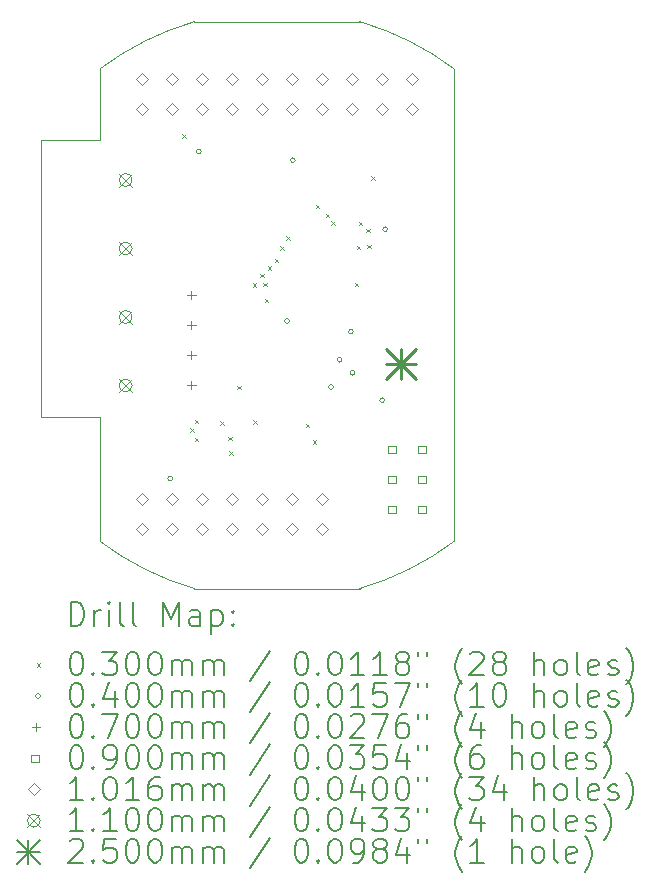
<source format=gbr>
%TF.GenerationSoftware,KiCad,Pcbnew,6.0.11-2627ca5db0~126~ubuntu22.04.1*%
%TF.CreationDate,2023-12-06T10:35:29+01:00*%
%TF.ProjectId,bus-module_atmega328,6275732d-6d6f-4647-956c-655f61746d65,C*%
%TF.SameCoordinates,Original*%
%TF.FileFunction,Drillmap*%
%TF.FilePolarity,Positive*%
%FSLAX45Y45*%
G04 Gerber Fmt 4.5, Leading zero omitted, Abs format (unit mm)*
G04 Created by KiCad (PCBNEW 6.0.11-2627ca5db0~126~ubuntu22.04.1) date 2023-12-06 10:35:29*
%MOMM*%
%LPD*%
G01*
G04 APERTURE LIST*
%ADD10C,0.100000*%
%ADD11C,0.200000*%
%ADD12C,0.030000*%
%ADD13C,0.040000*%
%ADD14C,0.070000*%
%ADD15C,0.090000*%
%ADD16C,0.101600*%
%ADD17C,0.110000*%
%ADD18C,0.250000*%
G04 APERTURE END LIST*
D10*
X9300000Y-7600000D02*
X10699302Y-7599797D01*
X9300000Y-7600000D02*
G75*
G03*
X8500106Y-7999921I700000J-2400000D01*
G01*
X10700000Y-12400000D02*
X9299632Y-12399893D01*
X8500000Y-8600000D02*
X8000000Y-8600000D01*
X11500000Y-8000000D02*
X11500423Y-11999683D01*
X8500106Y-7999921D02*
X8500000Y-8600000D01*
X8000000Y-10950000D02*
X8500000Y-10950000D01*
X8500000Y-12000000D02*
X8500000Y-10950000D01*
X11500000Y-8000000D02*
G75*
G03*
X10699302Y-7599797I-1500000J-2000000D01*
G01*
X8500000Y-12000000D02*
G75*
G03*
X9299632Y-12399893I1500000J2000000D01*
G01*
X8000000Y-8600000D02*
X8000000Y-10950000D01*
X10700000Y-12400000D02*
G75*
G03*
X11500423Y-11999683I-700000J2400000D01*
G01*
D11*
D12*
X9198100Y-8554600D02*
X9228100Y-8584600D01*
X9228100Y-8554600D02*
X9198100Y-8584600D01*
X9265225Y-11043023D02*
X9295225Y-11073023D01*
X9295225Y-11043023D02*
X9265225Y-11073023D01*
X9302222Y-10972090D02*
X9332222Y-11002090D01*
X9332222Y-10972090D02*
X9302222Y-11002090D01*
X9304499Y-11122900D02*
X9334499Y-11152900D01*
X9334499Y-11122900D02*
X9304499Y-11152900D01*
X9520037Y-10981957D02*
X9550037Y-11011957D01*
X9550037Y-10981957D02*
X9520037Y-11011957D01*
X9584505Y-11114030D02*
X9614505Y-11144030D01*
X9614505Y-11114030D02*
X9584505Y-11144030D01*
X9594549Y-11237941D02*
X9624549Y-11267941D01*
X9624549Y-11237941D02*
X9594549Y-11267941D01*
X9662500Y-10682050D02*
X9692500Y-10712050D01*
X9692500Y-10682050D02*
X9662500Y-10712050D01*
X9794666Y-9814768D02*
X9824666Y-9844768D01*
X9824666Y-9814768D02*
X9794666Y-9844768D01*
X9797742Y-10975135D02*
X9827742Y-11005135D01*
X9827742Y-10975135D02*
X9797742Y-11005135D01*
X9855143Y-9735767D02*
X9885143Y-9765767D01*
X9885143Y-9735767D02*
X9855143Y-9765767D01*
X9882698Y-9810873D02*
X9912698Y-9840873D01*
X9912698Y-9810873D02*
X9882698Y-9840873D01*
X9896600Y-9946545D02*
X9926600Y-9976545D01*
X9926600Y-9946545D02*
X9896600Y-9976545D01*
X9922447Y-9670592D02*
X9952447Y-9700592D01*
X9952447Y-9670592D02*
X9922447Y-9700592D01*
X9981346Y-9606866D02*
X10011346Y-9636866D01*
X10011346Y-9606866D02*
X9981346Y-9636866D01*
X10027967Y-9500702D02*
X10057967Y-9530702D01*
X10057967Y-9500702D02*
X10027967Y-9530702D01*
X10079214Y-9417417D02*
X10109214Y-9447417D01*
X10109214Y-9417417D02*
X10079214Y-9447417D01*
X10242500Y-11006000D02*
X10272500Y-11036000D01*
X10272500Y-11006000D02*
X10242500Y-11036000D01*
X10302500Y-11146000D02*
X10332500Y-11176000D01*
X10332500Y-11146000D02*
X10302500Y-11176000D01*
X10326354Y-9149794D02*
X10356354Y-9179794D01*
X10356354Y-9149794D02*
X10326354Y-9179794D01*
X10412450Y-9225635D02*
X10442450Y-9255635D01*
X10442450Y-9225635D02*
X10412450Y-9255635D01*
X10457914Y-9291462D02*
X10487914Y-9321462D01*
X10487914Y-9291462D02*
X10457914Y-9321462D01*
X10658600Y-9811900D02*
X10688600Y-9841900D01*
X10688600Y-9811900D02*
X10658600Y-9841900D01*
X10674393Y-9495607D02*
X10704393Y-9525607D01*
X10704393Y-9495607D02*
X10674393Y-9525607D01*
X10692001Y-9293572D02*
X10722001Y-9323572D01*
X10722001Y-9293572D02*
X10692001Y-9323572D01*
X10756636Y-9352698D02*
X10786636Y-9382698D01*
X10786636Y-9352698D02*
X10756636Y-9382698D01*
X10764854Y-9489857D02*
X10794854Y-9519857D01*
X10794854Y-9489857D02*
X10764854Y-9519857D01*
X10798300Y-8910200D02*
X10828300Y-8940200D01*
X10828300Y-8910200D02*
X10798300Y-8940200D01*
D13*
X9115310Y-11468310D02*
G75*
G03*
X9115310Y-11468310I-20000J0D01*
G01*
X9357500Y-8701000D02*
G75*
G03*
X9357500Y-8701000I-20000J0D01*
G01*
X10103800Y-10134600D02*
G75*
G03*
X10103800Y-10134600I-20000J0D01*
G01*
X10153758Y-8773270D02*
G75*
G03*
X10153758Y-8773270I-20000J0D01*
G01*
X10475930Y-10693999D02*
G75*
G03*
X10475930Y-10693999I-20000J0D01*
G01*
X10550054Y-10462559D02*
G75*
G03*
X10550054Y-10462559I-20000J0D01*
G01*
X10645000Y-10225000D02*
G75*
G03*
X10645000Y-10225000I-20000J0D01*
G01*
X10657499Y-10574040D02*
G75*
G03*
X10657499Y-10574040I-20000J0D01*
G01*
X10909500Y-10804800D02*
G75*
G03*
X10909500Y-10804800I-20000J0D01*
G01*
X10934900Y-9357000D02*
G75*
G03*
X10934900Y-9357000I-20000J0D01*
G01*
D14*
X9275000Y-9878000D02*
X9275000Y-9948000D01*
X9240000Y-9913000D02*
X9310000Y-9913000D01*
X9275000Y-10132000D02*
X9275000Y-10202000D01*
X9240000Y-10167000D02*
X9310000Y-10167000D01*
X9275000Y-10386000D02*
X9275000Y-10456000D01*
X9240000Y-10421000D02*
X9310000Y-10421000D01*
X9275000Y-10640000D02*
X9275000Y-10710000D01*
X9240000Y-10675000D02*
X9310000Y-10675000D01*
D15*
X11002820Y-11252820D02*
X11002820Y-11189180D01*
X10939180Y-11189180D01*
X10939180Y-11252820D01*
X11002820Y-11252820D01*
X11002820Y-11506820D02*
X11002820Y-11443180D01*
X10939180Y-11443180D01*
X10939180Y-11506820D01*
X11002820Y-11506820D01*
X11002820Y-11760820D02*
X11002820Y-11697180D01*
X10939180Y-11697180D01*
X10939180Y-11760820D01*
X11002820Y-11760820D01*
X11256820Y-11252820D02*
X11256820Y-11189180D01*
X11193180Y-11189180D01*
X11193180Y-11252820D01*
X11256820Y-11252820D01*
X11256820Y-11506820D02*
X11256820Y-11443180D01*
X11193180Y-11443180D01*
X11193180Y-11506820D01*
X11256820Y-11506820D01*
X11256820Y-11760820D02*
X11256820Y-11697180D01*
X11193180Y-11697180D01*
X11193180Y-11760820D01*
X11256820Y-11760820D01*
D16*
X8857500Y-8137800D02*
X8908300Y-8087000D01*
X8857500Y-8036200D01*
X8806700Y-8087000D01*
X8857500Y-8137800D01*
X8857500Y-8391800D02*
X8908300Y-8341000D01*
X8857500Y-8290200D01*
X8806700Y-8341000D01*
X8857500Y-8391800D01*
X8857500Y-11693800D02*
X8908300Y-11643000D01*
X8857500Y-11592200D01*
X8806700Y-11643000D01*
X8857500Y-11693800D01*
X8857500Y-11947800D02*
X8908300Y-11897000D01*
X8857500Y-11846200D01*
X8806700Y-11897000D01*
X8857500Y-11947800D01*
X9111500Y-8137800D02*
X9162300Y-8087000D01*
X9111500Y-8036200D01*
X9060700Y-8087000D01*
X9111500Y-8137800D01*
X9111500Y-8391800D02*
X9162300Y-8341000D01*
X9111500Y-8290200D01*
X9060700Y-8341000D01*
X9111500Y-8391800D01*
X9111500Y-11693800D02*
X9162300Y-11643000D01*
X9111500Y-11592200D01*
X9060700Y-11643000D01*
X9111500Y-11693800D01*
X9111500Y-11947800D02*
X9162300Y-11897000D01*
X9111500Y-11846200D01*
X9060700Y-11897000D01*
X9111500Y-11947800D01*
X9365500Y-8137800D02*
X9416300Y-8087000D01*
X9365500Y-8036200D01*
X9314700Y-8087000D01*
X9365500Y-8137800D01*
X9365500Y-8391800D02*
X9416300Y-8341000D01*
X9365500Y-8290200D01*
X9314700Y-8341000D01*
X9365500Y-8391800D01*
X9365500Y-11693800D02*
X9416300Y-11643000D01*
X9365500Y-11592200D01*
X9314700Y-11643000D01*
X9365500Y-11693800D01*
X9365500Y-11947800D02*
X9416300Y-11897000D01*
X9365500Y-11846200D01*
X9314700Y-11897000D01*
X9365500Y-11947800D01*
X9619500Y-8137800D02*
X9670300Y-8087000D01*
X9619500Y-8036200D01*
X9568700Y-8087000D01*
X9619500Y-8137800D01*
X9619500Y-8391800D02*
X9670300Y-8341000D01*
X9619500Y-8290200D01*
X9568700Y-8341000D01*
X9619500Y-8391800D01*
X9619500Y-11693800D02*
X9670300Y-11643000D01*
X9619500Y-11592200D01*
X9568700Y-11643000D01*
X9619500Y-11693800D01*
X9619500Y-11947800D02*
X9670300Y-11897000D01*
X9619500Y-11846200D01*
X9568700Y-11897000D01*
X9619500Y-11947800D01*
X9873500Y-8137800D02*
X9924300Y-8087000D01*
X9873500Y-8036200D01*
X9822700Y-8087000D01*
X9873500Y-8137800D01*
X9873500Y-8391800D02*
X9924300Y-8341000D01*
X9873500Y-8290200D01*
X9822700Y-8341000D01*
X9873500Y-8391800D01*
X9873500Y-11693800D02*
X9924300Y-11643000D01*
X9873500Y-11592200D01*
X9822700Y-11643000D01*
X9873500Y-11693800D01*
X9873500Y-11947800D02*
X9924300Y-11897000D01*
X9873500Y-11846200D01*
X9822700Y-11897000D01*
X9873500Y-11947800D01*
X10127500Y-8137800D02*
X10178300Y-8087000D01*
X10127500Y-8036200D01*
X10076700Y-8087000D01*
X10127500Y-8137800D01*
X10127500Y-8391800D02*
X10178300Y-8341000D01*
X10127500Y-8290200D01*
X10076700Y-8341000D01*
X10127500Y-8391800D01*
X10127500Y-11693800D02*
X10178300Y-11643000D01*
X10127500Y-11592200D01*
X10076700Y-11643000D01*
X10127500Y-11693800D01*
X10127500Y-11947800D02*
X10178300Y-11897000D01*
X10127500Y-11846200D01*
X10076700Y-11897000D01*
X10127500Y-11947800D01*
X10381500Y-8137800D02*
X10432300Y-8087000D01*
X10381500Y-8036200D01*
X10330700Y-8087000D01*
X10381500Y-8137800D01*
X10381500Y-8391800D02*
X10432300Y-8341000D01*
X10381500Y-8290200D01*
X10330700Y-8341000D01*
X10381500Y-8391800D01*
X10381500Y-11693800D02*
X10432300Y-11643000D01*
X10381500Y-11592200D01*
X10330700Y-11643000D01*
X10381500Y-11693800D01*
X10381500Y-11947800D02*
X10432300Y-11897000D01*
X10381500Y-11846200D01*
X10330700Y-11897000D01*
X10381500Y-11947800D01*
X10635500Y-8137800D02*
X10686300Y-8087000D01*
X10635500Y-8036200D01*
X10584700Y-8087000D01*
X10635500Y-8137800D01*
X10635500Y-8391800D02*
X10686300Y-8341000D01*
X10635500Y-8290200D01*
X10584700Y-8341000D01*
X10635500Y-8391800D01*
X10889500Y-8137800D02*
X10940300Y-8087000D01*
X10889500Y-8036200D01*
X10838700Y-8087000D01*
X10889500Y-8137800D01*
X10889500Y-8391800D02*
X10940300Y-8341000D01*
X10889500Y-8290200D01*
X10838700Y-8341000D01*
X10889500Y-8391800D01*
X11143500Y-8137800D02*
X11194300Y-8087000D01*
X11143500Y-8036200D01*
X11092700Y-8087000D01*
X11143500Y-8137800D01*
X11143500Y-8391800D02*
X11194300Y-8341000D01*
X11143500Y-8290200D01*
X11092700Y-8341000D01*
X11143500Y-8391800D01*
D17*
X8662500Y-8886000D02*
X8772500Y-8996000D01*
X8772500Y-8886000D02*
X8662500Y-8996000D01*
X8772500Y-8941000D02*
G75*
G03*
X8772500Y-8941000I-55000J0D01*
G01*
X8662500Y-9466000D02*
X8772500Y-9576000D01*
X8772500Y-9466000D02*
X8662500Y-9576000D01*
X8772500Y-9521000D02*
G75*
G03*
X8772500Y-9521000I-55000J0D01*
G01*
X8662500Y-10046000D02*
X8772500Y-10156000D01*
X8772500Y-10046000D02*
X8662500Y-10156000D01*
X8772500Y-10101000D02*
G75*
G03*
X8772500Y-10101000I-55000J0D01*
G01*
X8662500Y-10626000D02*
X8772500Y-10736000D01*
X8772500Y-10626000D02*
X8662500Y-10736000D01*
X8772500Y-10681000D02*
G75*
G03*
X8772500Y-10681000I-55000J0D01*
G01*
D18*
X10925000Y-10375000D02*
X11175000Y-10625000D01*
X11175000Y-10375000D02*
X10925000Y-10625000D01*
X11050000Y-10375000D02*
X11050000Y-10625000D01*
X10925000Y-10500000D02*
X11175000Y-10500000D01*
D11*
X8252619Y-12715476D02*
X8252619Y-12515476D01*
X8300238Y-12515476D01*
X8328809Y-12525000D01*
X8347857Y-12544048D01*
X8357381Y-12563095D01*
X8366905Y-12601190D01*
X8366905Y-12629762D01*
X8357381Y-12667857D01*
X8347857Y-12686905D01*
X8328809Y-12705952D01*
X8300238Y-12715476D01*
X8252619Y-12715476D01*
X8452619Y-12715476D02*
X8452619Y-12582143D01*
X8452619Y-12620238D02*
X8462143Y-12601190D01*
X8471667Y-12591667D01*
X8490714Y-12582143D01*
X8509762Y-12582143D01*
X8576429Y-12715476D02*
X8576429Y-12582143D01*
X8576429Y-12515476D02*
X8566905Y-12525000D01*
X8576429Y-12534524D01*
X8585952Y-12525000D01*
X8576429Y-12515476D01*
X8576429Y-12534524D01*
X8700238Y-12715476D02*
X8681190Y-12705952D01*
X8671667Y-12686905D01*
X8671667Y-12515476D01*
X8805000Y-12715476D02*
X8785952Y-12705952D01*
X8776429Y-12686905D01*
X8776429Y-12515476D01*
X9033571Y-12715476D02*
X9033571Y-12515476D01*
X9100238Y-12658333D01*
X9166905Y-12515476D01*
X9166905Y-12715476D01*
X9347857Y-12715476D02*
X9347857Y-12610714D01*
X9338333Y-12591667D01*
X9319286Y-12582143D01*
X9281190Y-12582143D01*
X9262143Y-12591667D01*
X9347857Y-12705952D02*
X9328810Y-12715476D01*
X9281190Y-12715476D01*
X9262143Y-12705952D01*
X9252619Y-12686905D01*
X9252619Y-12667857D01*
X9262143Y-12648809D01*
X9281190Y-12639286D01*
X9328810Y-12639286D01*
X9347857Y-12629762D01*
X9443095Y-12582143D02*
X9443095Y-12782143D01*
X9443095Y-12591667D02*
X9462143Y-12582143D01*
X9500238Y-12582143D01*
X9519286Y-12591667D01*
X9528810Y-12601190D01*
X9538333Y-12620238D01*
X9538333Y-12677381D01*
X9528810Y-12696428D01*
X9519286Y-12705952D01*
X9500238Y-12715476D01*
X9462143Y-12715476D01*
X9443095Y-12705952D01*
X9624048Y-12696428D02*
X9633571Y-12705952D01*
X9624048Y-12715476D01*
X9614524Y-12705952D01*
X9624048Y-12696428D01*
X9624048Y-12715476D01*
X9624048Y-12591667D02*
X9633571Y-12601190D01*
X9624048Y-12610714D01*
X9614524Y-12601190D01*
X9624048Y-12591667D01*
X9624048Y-12610714D01*
D12*
X7965000Y-13030000D02*
X7995000Y-13060000D01*
X7995000Y-13030000D02*
X7965000Y-13060000D01*
D11*
X8290714Y-12935476D02*
X8309762Y-12935476D01*
X8328809Y-12945000D01*
X8338333Y-12954524D01*
X8347857Y-12973571D01*
X8357381Y-13011667D01*
X8357381Y-13059286D01*
X8347857Y-13097381D01*
X8338333Y-13116428D01*
X8328809Y-13125952D01*
X8309762Y-13135476D01*
X8290714Y-13135476D01*
X8271667Y-13125952D01*
X8262143Y-13116428D01*
X8252619Y-13097381D01*
X8243095Y-13059286D01*
X8243095Y-13011667D01*
X8252619Y-12973571D01*
X8262143Y-12954524D01*
X8271667Y-12945000D01*
X8290714Y-12935476D01*
X8443095Y-13116428D02*
X8452619Y-13125952D01*
X8443095Y-13135476D01*
X8433571Y-13125952D01*
X8443095Y-13116428D01*
X8443095Y-13135476D01*
X8519286Y-12935476D02*
X8643095Y-12935476D01*
X8576429Y-13011667D01*
X8605000Y-13011667D01*
X8624048Y-13021190D01*
X8633571Y-13030714D01*
X8643095Y-13049762D01*
X8643095Y-13097381D01*
X8633571Y-13116428D01*
X8624048Y-13125952D01*
X8605000Y-13135476D01*
X8547857Y-13135476D01*
X8528810Y-13125952D01*
X8519286Y-13116428D01*
X8766905Y-12935476D02*
X8785952Y-12935476D01*
X8805000Y-12945000D01*
X8814524Y-12954524D01*
X8824048Y-12973571D01*
X8833571Y-13011667D01*
X8833571Y-13059286D01*
X8824048Y-13097381D01*
X8814524Y-13116428D01*
X8805000Y-13125952D01*
X8785952Y-13135476D01*
X8766905Y-13135476D01*
X8747857Y-13125952D01*
X8738333Y-13116428D01*
X8728810Y-13097381D01*
X8719286Y-13059286D01*
X8719286Y-13011667D01*
X8728810Y-12973571D01*
X8738333Y-12954524D01*
X8747857Y-12945000D01*
X8766905Y-12935476D01*
X8957381Y-12935476D02*
X8976429Y-12935476D01*
X8995476Y-12945000D01*
X9005000Y-12954524D01*
X9014524Y-12973571D01*
X9024048Y-13011667D01*
X9024048Y-13059286D01*
X9014524Y-13097381D01*
X9005000Y-13116428D01*
X8995476Y-13125952D01*
X8976429Y-13135476D01*
X8957381Y-13135476D01*
X8938333Y-13125952D01*
X8928810Y-13116428D01*
X8919286Y-13097381D01*
X8909762Y-13059286D01*
X8909762Y-13011667D01*
X8919286Y-12973571D01*
X8928810Y-12954524D01*
X8938333Y-12945000D01*
X8957381Y-12935476D01*
X9109762Y-13135476D02*
X9109762Y-13002143D01*
X9109762Y-13021190D02*
X9119286Y-13011667D01*
X9138333Y-13002143D01*
X9166905Y-13002143D01*
X9185952Y-13011667D01*
X9195476Y-13030714D01*
X9195476Y-13135476D01*
X9195476Y-13030714D02*
X9205000Y-13011667D01*
X9224048Y-13002143D01*
X9252619Y-13002143D01*
X9271667Y-13011667D01*
X9281190Y-13030714D01*
X9281190Y-13135476D01*
X9376429Y-13135476D02*
X9376429Y-13002143D01*
X9376429Y-13021190D02*
X9385952Y-13011667D01*
X9405000Y-13002143D01*
X9433571Y-13002143D01*
X9452619Y-13011667D01*
X9462143Y-13030714D01*
X9462143Y-13135476D01*
X9462143Y-13030714D02*
X9471667Y-13011667D01*
X9490714Y-13002143D01*
X9519286Y-13002143D01*
X9538333Y-13011667D01*
X9547857Y-13030714D01*
X9547857Y-13135476D01*
X9938333Y-12925952D02*
X9766905Y-13183095D01*
X10195476Y-12935476D02*
X10214524Y-12935476D01*
X10233571Y-12945000D01*
X10243095Y-12954524D01*
X10252619Y-12973571D01*
X10262143Y-13011667D01*
X10262143Y-13059286D01*
X10252619Y-13097381D01*
X10243095Y-13116428D01*
X10233571Y-13125952D01*
X10214524Y-13135476D01*
X10195476Y-13135476D01*
X10176429Y-13125952D01*
X10166905Y-13116428D01*
X10157381Y-13097381D01*
X10147857Y-13059286D01*
X10147857Y-13011667D01*
X10157381Y-12973571D01*
X10166905Y-12954524D01*
X10176429Y-12945000D01*
X10195476Y-12935476D01*
X10347857Y-13116428D02*
X10357381Y-13125952D01*
X10347857Y-13135476D01*
X10338333Y-13125952D01*
X10347857Y-13116428D01*
X10347857Y-13135476D01*
X10481190Y-12935476D02*
X10500238Y-12935476D01*
X10519286Y-12945000D01*
X10528810Y-12954524D01*
X10538333Y-12973571D01*
X10547857Y-13011667D01*
X10547857Y-13059286D01*
X10538333Y-13097381D01*
X10528810Y-13116428D01*
X10519286Y-13125952D01*
X10500238Y-13135476D01*
X10481190Y-13135476D01*
X10462143Y-13125952D01*
X10452619Y-13116428D01*
X10443095Y-13097381D01*
X10433571Y-13059286D01*
X10433571Y-13011667D01*
X10443095Y-12973571D01*
X10452619Y-12954524D01*
X10462143Y-12945000D01*
X10481190Y-12935476D01*
X10738333Y-13135476D02*
X10624048Y-13135476D01*
X10681190Y-13135476D02*
X10681190Y-12935476D01*
X10662143Y-12964048D01*
X10643095Y-12983095D01*
X10624048Y-12992619D01*
X10928810Y-13135476D02*
X10814524Y-13135476D01*
X10871667Y-13135476D02*
X10871667Y-12935476D01*
X10852619Y-12964048D01*
X10833571Y-12983095D01*
X10814524Y-12992619D01*
X11043095Y-13021190D02*
X11024048Y-13011667D01*
X11014524Y-13002143D01*
X11005000Y-12983095D01*
X11005000Y-12973571D01*
X11014524Y-12954524D01*
X11024048Y-12945000D01*
X11043095Y-12935476D01*
X11081190Y-12935476D01*
X11100238Y-12945000D01*
X11109762Y-12954524D01*
X11119286Y-12973571D01*
X11119286Y-12983095D01*
X11109762Y-13002143D01*
X11100238Y-13011667D01*
X11081190Y-13021190D01*
X11043095Y-13021190D01*
X11024048Y-13030714D01*
X11014524Y-13040238D01*
X11005000Y-13059286D01*
X11005000Y-13097381D01*
X11014524Y-13116428D01*
X11024048Y-13125952D01*
X11043095Y-13135476D01*
X11081190Y-13135476D01*
X11100238Y-13125952D01*
X11109762Y-13116428D01*
X11119286Y-13097381D01*
X11119286Y-13059286D01*
X11109762Y-13040238D01*
X11100238Y-13030714D01*
X11081190Y-13021190D01*
X11195476Y-12935476D02*
X11195476Y-12973571D01*
X11271667Y-12935476D02*
X11271667Y-12973571D01*
X11566905Y-13211667D02*
X11557381Y-13202143D01*
X11538333Y-13173571D01*
X11528809Y-13154524D01*
X11519286Y-13125952D01*
X11509762Y-13078333D01*
X11509762Y-13040238D01*
X11519286Y-12992619D01*
X11528809Y-12964048D01*
X11538333Y-12945000D01*
X11557381Y-12916428D01*
X11566905Y-12906905D01*
X11633571Y-12954524D02*
X11643095Y-12945000D01*
X11662143Y-12935476D01*
X11709762Y-12935476D01*
X11728809Y-12945000D01*
X11738333Y-12954524D01*
X11747857Y-12973571D01*
X11747857Y-12992619D01*
X11738333Y-13021190D01*
X11624048Y-13135476D01*
X11747857Y-13135476D01*
X11862143Y-13021190D02*
X11843095Y-13011667D01*
X11833571Y-13002143D01*
X11824048Y-12983095D01*
X11824048Y-12973571D01*
X11833571Y-12954524D01*
X11843095Y-12945000D01*
X11862143Y-12935476D01*
X11900238Y-12935476D01*
X11919286Y-12945000D01*
X11928809Y-12954524D01*
X11938333Y-12973571D01*
X11938333Y-12983095D01*
X11928809Y-13002143D01*
X11919286Y-13011667D01*
X11900238Y-13021190D01*
X11862143Y-13021190D01*
X11843095Y-13030714D01*
X11833571Y-13040238D01*
X11824048Y-13059286D01*
X11824048Y-13097381D01*
X11833571Y-13116428D01*
X11843095Y-13125952D01*
X11862143Y-13135476D01*
X11900238Y-13135476D01*
X11919286Y-13125952D01*
X11928809Y-13116428D01*
X11938333Y-13097381D01*
X11938333Y-13059286D01*
X11928809Y-13040238D01*
X11919286Y-13030714D01*
X11900238Y-13021190D01*
X12176428Y-13135476D02*
X12176428Y-12935476D01*
X12262143Y-13135476D02*
X12262143Y-13030714D01*
X12252619Y-13011667D01*
X12233571Y-13002143D01*
X12205000Y-13002143D01*
X12185952Y-13011667D01*
X12176428Y-13021190D01*
X12385952Y-13135476D02*
X12366905Y-13125952D01*
X12357381Y-13116428D01*
X12347857Y-13097381D01*
X12347857Y-13040238D01*
X12357381Y-13021190D01*
X12366905Y-13011667D01*
X12385952Y-13002143D01*
X12414524Y-13002143D01*
X12433571Y-13011667D01*
X12443095Y-13021190D01*
X12452619Y-13040238D01*
X12452619Y-13097381D01*
X12443095Y-13116428D01*
X12433571Y-13125952D01*
X12414524Y-13135476D01*
X12385952Y-13135476D01*
X12566905Y-13135476D02*
X12547857Y-13125952D01*
X12538333Y-13106905D01*
X12538333Y-12935476D01*
X12719286Y-13125952D02*
X12700238Y-13135476D01*
X12662143Y-13135476D01*
X12643095Y-13125952D01*
X12633571Y-13106905D01*
X12633571Y-13030714D01*
X12643095Y-13011667D01*
X12662143Y-13002143D01*
X12700238Y-13002143D01*
X12719286Y-13011667D01*
X12728809Y-13030714D01*
X12728809Y-13049762D01*
X12633571Y-13068809D01*
X12805000Y-13125952D02*
X12824048Y-13135476D01*
X12862143Y-13135476D01*
X12881190Y-13125952D01*
X12890714Y-13106905D01*
X12890714Y-13097381D01*
X12881190Y-13078333D01*
X12862143Y-13068809D01*
X12833571Y-13068809D01*
X12814524Y-13059286D01*
X12805000Y-13040238D01*
X12805000Y-13030714D01*
X12814524Y-13011667D01*
X12833571Y-13002143D01*
X12862143Y-13002143D01*
X12881190Y-13011667D01*
X12957381Y-13211667D02*
X12966905Y-13202143D01*
X12985952Y-13173571D01*
X12995476Y-13154524D01*
X13005000Y-13125952D01*
X13014524Y-13078333D01*
X13014524Y-13040238D01*
X13005000Y-12992619D01*
X12995476Y-12964048D01*
X12985952Y-12945000D01*
X12966905Y-12916428D01*
X12957381Y-12906905D01*
D13*
X7995000Y-13309000D02*
G75*
G03*
X7995000Y-13309000I-20000J0D01*
G01*
D11*
X8290714Y-13199476D02*
X8309762Y-13199476D01*
X8328809Y-13209000D01*
X8338333Y-13218524D01*
X8347857Y-13237571D01*
X8357381Y-13275667D01*
X8357381Y-13323286D01*
X8347857Y-13361381D01*
X8338333Y-13380428D01*
X8328809Y-13389952D01*
X8309762Y-13399476D01*
X8290714Y-13399476D01*
X8271667Y-13389952D01*
X8262143Y-13380428D01*
X8252619Y-13361381D01*
X8243095Y-13323286D01*
X8243095Y-13275667D01*
X8252619Y-13237571D01*
X8262143Y-13218524D01*
X8271667Y-13209000D01*
X8290714Y-13199476D01*
X8443095Y-13380428D02*
X8452619Y-13389952D01*
X8443095Y-13399476D01*
X8433571Y-13389952D01*
X8443095Y-13380428D01*
X8443095Y-13399476D01*
X8624048Y-13266143D02*
X8624048Y-13399476D01*
X8576429Y-13189952D02*
X8528810Y-13332809D01*
X8652619Y-13332809D01*
X8766905Y-13199476D02*
X8785952Y-13199476D01*
X8805000Y-13209000D01*
X8814524Y-13218524D01*
X8824048Y-13237571D01*
X8833571Y-13275667D01*
X8833571Y-13323286D01*
X8824048Y-13361381D01*
X8814524Y-13380428D01*
X8805000Y-13389952D01*
X8785952Y-13399476D01*
X8766905Y-13399476D01*
X8747857Y-13389952D01*
X8738333Y-13380428D01*
X8728810Y-13361381D01*
X8719286Y-13323286D01*
X8719286Y-13275667D01*
X8728810Y-13237571D01*
X8738333Y-13218524D01*
X8747857Y-13209000D01*
X8766905Y-13199476D01*
X8957381Y-13199476D02*
X8976429Y-13199476D01*
X8995476Y-13209000D01*
X9005000Y-13218524D01*
X9014524Y-13237571D01*
X9024048Y-13275667D01*
X9024048Y-13323286D01*
X9014524Y-13361381D01*
X9005000Y-13380428D01*
X8995476Y-13389952D01*
X8976429Y-13399476D01*
X8957381Y-13399476D01*
X8938333Y-13389952D01*
X8928810Y-13380428D01*
X8919286Y-13361381D01*
X8909762Y-13323286D01*
X8909762Y-13275667D01*
X8919286Y-13237571D01*
X8928810Y-13218524D01*
X8938333Y-13209000D01*
X8957381Y-13199476D01*
X9109762Y-13399476D02*
X9109762Y-13266143D01*
X9109762Y-13285190D02*
X9119286Y-13275667D01*
X9138333Y-13266143D01*
X9166905Y-13266143D01*
X9185952Y-13275667D01*
X9195476Y-13294714D01*
X9195476Y-13399476D01*
X9195476Y-13294714D02*
X9205000Y-13275667D01*
X9224048Y-13266143D01*
X9252619Y-13266143D01*
X9271667Y-13275667D01*
X9281190Y-13294714D01*
X9281190Y-13399476D01*
X9376429Y-13399476D02*
X9376429Y-13266143D01*
X9376429Y-13285190D02*
X9385952Y-13275667D01*
X9405000Y-13266143D01*
X9433571Y-13266143D01*
X9452619Y-13275667D01*
X9462143Y-13294714D01*
X9462143Y-13399476D01*
X9462143Y-13294714D02*
X9471667Y-13275667D01*
X9490714Y-13266143D01*
X9519286Y-13266143D01*
X9538333Y-13275667D01*
X9547857Y-13294714D01*
X9547857Y-13399476D01*
X9938333Y-13189952D02*
X9766905Y-13447095D01*
X10195476Y-13199476D02*
X10214524Y-13199476D01*
X10233571Y-13209000D01*
X10243095Y-13218524D01*
X10252619Y-13237571D01*
X10262143Y-13275667D01*
X10262143Y-13323286D01*
X10252619Y-13361381D01*
X10243095Y-13380428D01*
X10233571Y-13389952D01*
X10214524Y-13399476D01*
X10195476Y-13399476D01*
X10176429Y-13389952D01*
X10166905Y-13380428D01*
X10157381Y-13361381D01*
X10147857Y-13323286D01*
X10147857Y-13275667D01*
X10157381Y-13237571D01*
X10166905Y-13218524D01*
X10176429Y-13209000D01*
X10195476Y-13199476D01*
X10347857Y-13380428D02*
X10357381Y-13389952D01*
X10347857Y-13399476D01*
X10338333Y-13389952D01*
X10347857Y-13380428D01*
X10347857Y-13399476D01*
X10481190Y-13199476D02*
X10500238Y-13199476D01*
X10519286Y-13209000D01*
X10528810Y-13218524D01*
X10538333Y-13237571D01*
X10547857Y-13275667D01*
X10547857Y-13323286D01*
X10538333Y-13361381D01*
X10528810Y-13380428D01*
X10519286Y-13389952D01*
X10500238Y-13399476D01*
X10481190Y-13399476D01*
X10462143Y-13389952D01*
X10452619Y-13380428D01*
X10443095Y-13361381D01*
X10433571Y-13323286D01*
X10433571Y-13275667D01*
X10443095Y-13237571D01*
X10452619Y-13218524D01*
X10462143Y-13209000D01*
X10481190Y-13199476D01*
X10738333Y-13399476D02*
X10624048Y-13399476D01*
X10681190Y-13399476D02*
X10681190Y-13199476D01*
X10662143Y-13228048D01*
X10643095Y-13247095D01*
X10624048Y-13256619D01*
X10919286Y-13199476D02*
X10824048Y-13199476D01*
X10814524Y-13294714D01*
X10824048Y-13285190D01*
X10843095Y-13275667D01*
X10890714Y-13275667D01*
X10909762Y-13285190D01*
X10919286Y-13294714D01*
X10928810Y-13313762D01*
X10928810Y-13361381D01*
X10919286Y-13380428D01*
X10909762Y-13389952D01*
X10890714Y-13399476D01*
X10843095Y-13399476D01*
X10824048Y-13389952D01*
X10814524Y-13380428D01*
X10995476Y-13199476D02*
X11128810Y-13199476D01*
X11043095Y-13399476D01*
X11195476Y-13199476D02*
X11195476Y-13237571D01*
X11271667Y-13199476D02*
X11271667Y-13237571D01*
X11566905Y-13475667D02*
X11557381Y-13466143D01*
X11538333Y-13437571D01*
X11528809Y-13418524D01*
X11519286Y-13389952D01*
X11509762Y-13342333D01*
X11509762Y-13304238D01*
X11519286Y-13256619D01*
X11528809Y-13228048D01*
X11538333Y-13209000D01*
X11557381Y-13180428D01*
X11566905Y-13170905D01*
X11747857Y-13399476D02*
X11633571Y-13399476D01*
X11690714Y-13399476D02*
X11690714Y-13199476D01*
X11671667Y-13228048D01*
X11652619Y-13247095D01*
X11633571Y-13256619D01*
X11871667Y-13199476D02*
X11890714Y-13199476D01*
X11909762Y-13209000D01*
X11919286Y-13218524D01*
X11928809Y-13237571D01*
X11938333Y-13275667D01*
X11938333Y-13323286D01*
X11928809Y-13361381D01*
X11919286Y-13380428D01*
X11909762Y-13389952D01*
X11890714Y-13399476D01*
X11871667Y-13399476D01*
X11852619Y-13389952D01*
X11843095Y-13380428D01*
X11833571Y-13361381D01*
X11824048Y-13323286D01*
X11824048Y-13275667D01*
X11833571Y-13237571D01*
X11843095Y-13218524D01*
X11852619Y-13209000D01*
X11871667Y-13199476D01*
X12176428Y-13399476D02*
X12176428Y-13199476D01*
X12262143Y-13399476D02*
X12262143Y-13294714D01*
X12252619Y-13275667D01*
X12233571Y-13266143D01*
X12205000Y-13266143D01*
X12185952Y-13275667D01*
X12176428Y-13285190D01*
X12385952Y-13399476D02*
X12366905Y-13389952D01*
X12357381Y-13380428D01*
X12347857Y-13361381D01*
X12347857Y-13304238D01*
X12357381Y-13285190D01*
X12366905Y-13275667D01*
X12385952Y-13266143D01*
X12414524Y-13266143D01*
X12433571Y-13275667D01*
X12443095Y-13285190D01*
X12452619Y-13304238D01*
X12452619Y-13361381D01*
X12443095Y-13380428D01*
X12433571Y-13389952D01*
X12414524Y-13399476D01*
X12385952Y-13399476D01*
X12566905Y-13399476D02*
X12547857Y-13389952D01*
X12538333Y-13370905D01*
X12538333Y-13199476D01*
X12719286Y-13389952D02*
X12700238Y-13399476D01*
X12662143Y-13399476D01*
X12643095Y-13389952D01*
X12633571Y-13370905D01*
X12633571Y-13294714D01*
X12643095Y-13275667D01*
X12662143Y-13266143D01*
X12700238Y-13266143D01*
X12719286Y-13275667D01*
X12728809Y-13294714D01*
X12728809Y-13313762D01*
X12633571Y-13332809D01*
X12805000Y-13389952D02*
X12824048Y-13399476D01*
X12862143Y-13399476D01*
X12881190Y-13389952D01*
X12890714Y-13370905D01*
X12890714Y-13361381D01*
X12881190Y-13342333D01*
X12862143Y-13332809D01*
X12833571Y-13332809D01*
X12814524Y-13323286D01*
X12805000Y-13304238D01*
X12805000Y-13294714D01*
X12814524Y-13275667D01*
X12833571Y-13266143D01*
X12862143Y-13266143D01*
X12881190Y-13275667D01*
X12957381Y-13475667D02*
X12966905Y-13466143D01*
X12985952Y-13437571D01*
X12995476Y-13418524D01*
X13005000Y-13389952D01*
X13014524Y-13342333D01*
X13014524Y-13304238D01*
X13005000Y-13256619D01*
X12995476Y-13228048D01*
X12985952Y-13209000D01*
X12966905Y-13180428D01*
X12957381Y-13170905D01*
D14*
X7960000Y-13538000D02*
X7960000Y-13608000D01*
X7925000Y-13573000D02*
X7995000Y-13573000D01*
D11*
X8290714Y-13463476D02*
X8309762Y-13463476D01*
X8328809Y-13473000D01*
X8338333Y-13482524D01*
X8347857Y-13501571D01*
X8357381Y-13539667D01*
X8357381Y-13587286D01*
X8347857Y-13625381D01*
X8338333Y-13644428D01*
X8328809Y-13653952D01*
X8309762Y-13663476D01*
X8290714Y-13663476D01*
X8271667Y-13653952D01*
X8262143Y-13644428D01*
X8252619Y-13625381D01*
X8243095Y-13587286D01*
X8243095Y-13539667D01*
X8252619Y-13501571D01*
X8262143Y-13482524D01*
X8271667Y-13473000D01*
X8290714Y-13463476D01*
X8443095Y-13644428D02*
X8452619Y-13653952D01*
X8443095Y-13663476D01*
X8433571Y-13653952D01*
X8443095Y-13644428D01*
X8443095Y-13663476D01*
X8519286Y-13463476D02*
X8652619Y-13463476D01*
X8566905Y-13663476D01*
X8766905Y-13463476D02*
X8785952Y-13463476D01*
X8805000Y-13473000D01*
X8814524Y-13482524D01*
X8824048Y-13501571D01*
X8833571Y-13539667D01*
X8833571Y-13587286D01*
X8824048Y-13625381D01*
X8814524Y-13644428D01*
X8805000Y-13653952D01*
X8785952Y-13663476D01*
X8766905Y-13663476D01*
X8747857Y-13653952D01*
X8738333Y-13644428D01*
X8728810Y-13625381D01*
X8719286Y-13587286D01*
X8719286Y-13539667D01*
X8728810Y-13501571D01*
X8738333Y-13482524D01*
X8747857Y-13473000D01*
X8766905Y-13463476D01*
X8957381Y-13463476D02*
X8976429Y-13463476D01*
X8995476Y-13473000D01*
X9005000Y-13482524D01*
X9014524Y-13501571D01*
X9024048Y-13539667D01*
X9024048Y-13587286D01*
X9014524Y-13625381D01*
X9005000Y-13644428D01*
X8995476Y-13653952D01*
X8976429Y-13663476D01*
X8957381Y-13663476D01*
X8938333Y-13653952D01*
X8928810Y-13644428D01*
X8919286Y-13625381D01*
X8909762Y-13587286D01*
X8909762Y-13539667D01*
X8919286Y-13501571D01*
X8928810Y-13482524D01*
X8938333Y-13473000D01*
X8957381Y-13463476D01*
X9109762Y-13663476D02*
X9109762Y-13530143D01*
X9109762Y-13549190D02*
X9119286Y-13539667D01*
X9138333Y-13530143D01*
X9166905Y-13530143D01*
X9185952Y-13539667D01*
X9195476Y-13558714D01*
X9195476Y-13663476D01*
X9195476Y-13558714D02*
X9205000Y-13539667D01*
X9224048Y-13530143D01*
X9252619Y-13530143D01*
X9271667Y-13539667D01*
X9281190Y-13558714D01*
X9281190Y-13663476D01*
X9376429Y-13663476D02*
X9376429Y-13530143D01*
X9376429Y-13549190D02*
X9385952Y-13539667D01*
X9405000Y-13530143D01*
X9433571Y-13530143D01*
X9452619Y-13539667D01*
X9462143Y-13558714D01*
X9462143Y-13663476D01*
X9462143Y-13558714D02*
X9471667Y-13539667D01*
X9490714Y-13530143D01*
X9519286Y-13530143D01*
X9538333Y-13539667D01*
X9547857Y-13558714D01*
X9547857Y-13663476D01*
X9938333Y-13453952D02*
X9766905Y-13711095D01*
X10195476Y-13463476D02*
X10214524Y-13463476D01*
X10233571Y-13473000D01*
X10243095Y-13482524D01*
X10252619Y-13501571D01*
X10262143Y-13539667D01*
X10262143Y-13587286D01*
X10252619Y-13625381D01*
X10243095Y-13644428D01*
X10233571Y-13653952D01*
X10214524Y-13663476D01*
X10195476Y-13663476D01*
X10176429Y-13653952D01*
X10166905Y-13644428D01*
X10157381Y-13625381D01*
X10147857Y-13587286D01*
X10147857Y-13539667D01*
X10157381Y-13501571D01*
X10166905Y-13482524D01*
X10176429Y-13473000D01*
X10195476Y-13463476D01*
X10347857Y-13644428D02*
X10357381Y-13653952D01*
X10347857Y-13663476D01*
X10338333Y-13653952D01*
X10347857Y-13644428D01*
X10347857Y-13663476D01*
X10481190Y-13463476D02*
X10500238Y-13463476D01*
X10519286Y-13473000D01*
X10528810Y-13482524D01*
X10538333Y-13501571D01*
X10547857Y-13539667D01*
X10547857Y-13587286D01*
X10538333Y-13625381D01*
X10528810Y-13644428D01*
X10519286Y-13653952D01*
X10500238Y-13663476D01*
X10481190Y-13663476D01*
X10462143Y-13653952D01*
X10452619Y-13644428D01*
X10443095Y-13625381D01*
X10433571Y-13587286D01*
X10433571Y-13539667D01*
X10443095Y-13501571D01*
X10452619Y-13482524D01*
X10462143Y-13473000D01*
X10481190Y-13463476D01*
X10624048Y-13482524D02*
X10633571Y-13473000D01*
X10652619Y-13463476D01*
X10700238Y-13463476D01*
X10719286Y-13473000D01*
X10728810Y-13482524D01*
X10738333Y-13501571D01*
X10738333Y-13520619D01*
X10728810Y-13549190D01*
X10614524Y-13663476D01*
X10738333Y-13663476D01*
X10805000Y-13463476D02*
X10938333Y-13463476D01*
X10852619Y-13663476D01*
X11100238Y-13463476D02*
X11062143Y-13463476D01*
X11043095Y-13473000D01*
X11033571Y-13482524D01*
X11014524Y-13511095D01*
X11005000Y-13549190D01*
X11005000Y-13625381D01*
X11014524Y-13644428D01*
X11024048Y-13653952D01*
X11043095Y-13663476D01*
X11081190Y-13663476D01*
X11100238Y-13653952D01*
X11109762Y-13644428D01*
X11119286Y-13625381D01*
X11119286Y-13577762D01*
X11109762Y-13558714D01*
X11100238Y-13549190D01*
X11081190Y-13539667D01*
X11043095Y-13539667D01*
X11024048Y-13549190D01*
X11014524Y-13558714D01*
X11005000Y-13577762D01*
X11195476Y-13463476D02*
X11195476Y-13501571D01*
X11271667Y-13463476D02*
X11271667Y-13501571D01*
X11566905Y-13739667D02*
X11557381Y-13730143D01*
X11538333Y-13701571D01*
X11528809Y-13682524D01*
X11519286Y-13653952D01*
X11509762Y-13606333D01*
X11509762Y-13568238D01*
X11519286Y-13520619D01*
X11528809Y-13492048D01*
X11538333Y-13473000D01*
X11557381Y-13444428D01*
X11566905Y-13434905D01*
X11728809Y-13530143D02*
X11728809Y-13663476D01*
X11681190Y-13453952D02*
X11633571Y-13596809D01*
X11757381Y-13596809D01*
X11985952Y-13663476D02*
X11985952Y-13463476D01*
X12071667Y-13663476D02*
X12071667Y-13558714D01*
X12062143Y-13539667D01*
X12043095Y-13530143D01*
X12014524Y-13530143D01*
X11995476Y-13539667D01*
X11985952Y-13549190D01*
X12195476Y-13663476D02*
X12176428Y-13653952D01*
X12166905Y-13644428D01*
X12157381Y-13625381D01*
X12157381Y-13568238D01*
X12166905Y-13549190D01*
X12176428Y-13539667D01*
X12195476Y-13530143D01*
X12224048Y-13530143D01*
X12243095Y-13539667D01*
X12252619Y-13549190D01*
X12262143Y-13568238D01*
X12262143Y-13625381D01*
X12252619Y-13644428D01*
X12243095Y-13653952D01*
X12224048Y-13663476D01*
X12195476Y-13663476D01*
X12376428Y-13663476D02*
X12357381Y-13653952D01*
X12347857Y-13634905D01*
X12347857Y-13463476D01*
X12528809Y-13653952D02*
X12509762Y-13663476D01*
X12471667Y-13663476D01*
X12452619Y-13653952D01*
X12443095Y-13634905D01*
X12443095Y-13558714D01*
X12452619Y-13539667D01*
X12471667Y-13530143D01*
X12509762Y-13530143D01*
X12528809Y-13539667D01*
X12538333Y-13558714D01*
X12538333Y-13577762D01*
X12443095Y-13596809D01*
X12614524Y-13653952D02*
X12633571Y-13663476D01*
X12671667Y-13663476D01*
X12690714Y-13653952D01*
X12700238Y-13634905D01*
X12700238Y-13625381D01*
X12690714Y-13606333D01*
X12671667Y-13596809D01*
X12643095Y-13596809D01*
X12624048Y-13587286D01*
X12614524Y-13568238D01*
X12614524Y-13558714D01*
X12624048Y-13539667D01*
X12643095Y-13530143D01*
X12671667Y-13530143D01*
X12690714Y-13539667D01*
X12766905Y-13739667D02*
X12776428Y-13730143D01*
X12795476Y-13701571D01*
X12805000Y-13682524D01*
X12814524Y-13653952D01*
X12824048Y-13606333D01*
X12824048Y-13568238D01*
X12814524Y-13520619D01*
X12805000Y-13492048D01*
X12795476Y-13473000D01*
X12776428Y-13444428D01*
X12766905Y-13434905D01*
D15*
X7981820Y-13868820D02*
X7981820Y-13805180D01*
X7918180Y-13805180D01*
X7918180Y-13868820D01*
X7981820Y-13868820D01*
D11*
X8290714Y-13727476D02*
X8309762Y-13727476D01*
X8328809Y-13737000D01*
X8338333Y-13746524D01*
X8347857Y-13765571D01*
X8357381Y-13803667D01*
X8357381Y-13851286D01*
X8347857Y-13889381D01*
X8338333Y-13908428D01*
X8328809Y-13917952D01*
X8309762Y-13927476D01*
X8290714Y-13927476D01*
X8271667Y-13917952D01*
X8262143Y-13908428D01*
X8252619Y-13889381D01*
X8243095Y-13851286D01*
X8243095Y-13803667D01*
X8252619Y-13765571D01*
X8262143Y-13746524D01*
X8271667Y-13737000D01*
X8290714Y-13727476D01*
X8443095Y-13908428D02*
X8452619Y-13917952D01*
X8443095Y-13927476D01*
X8433571Y-13917952D01*
X8443095Y-13908428D01*
X8443095Y-13927476D01*
X8547857Y-13927476D02*
X8585952Y-13927476D01*
X8605000Y-13917952D01*
X8614524Y-13908428D01*
X8633571Y-13879857D01*
X8643095Y-13841762D01*
X8643095Y-13765571D01*
X8633571Y-13746524D01*
X8624048Y-13737000D01*
X8605000Y-13727476D01*
X8566905Y-13727476D01*
X8547857Y-13737000D01*
X8538333Y-13746524D01*
X8528810Y-13765571D01*
X8528810Y-13813190D01*
X8538333Y-13832238D01*
X8547857Y-13841762D01*
X8566905Y-13851286D01*
X8605000Y-13851286D01*
X8624048Y-13841762D01*
X8633571Y-13832238D01*
X8643095Y-13813190D01*
X8766905Y-13727476D02*
X8785952Y-13727476D01*
X8805000Y-13737000D01*
X8814524Y-13746524D01*
X8824048Y-13765571D01*
X8833571Y-13803667D01*
X8833571Y-13851286D01*
X8824048Y-13889381D01*
X8814524Y-13908428D01*
X8805000Y-13917952D01*
X8785952Y-13927476D01*
X8766905Y-13927476D01*
X8747857Y-13917952D01*
X8738333Y-13908428D01*
X8728810Y-13889381D01*
X8719286Y-13851286D01*
X8719286Y-13803667D01*
X8728810Y-13765571D01*
X8738333Y-13746524D01*
X8747857Y-13737000D01*
X8766905Y-13727476D01*
X8957381Y-13727476D02*
X8976429Y-13727476D01*
X8995476Y-13737000D01*
X9005000Y-13746524D01*
X9014524Y-13765571D01*
X9024048Y-13803667D01*
X9024048Y-13851286D01*
X9014524Y-13889381D01*
X9005000Y-13908428D01*
X8995476Y-13917952D01*
X8976429Y-13927476D01*
X8957381Y-13927476D01*
X8938333Y-13917952D01*
X8928810Y-13908428D01*
X8919286Y-13889381D01*
X8909762Y-13851286D01*
X8909762Y-13803667D01*
X8919286Y-13765571D01*
X8928810Y-13746524D01*
X8938333Y-13737000D01*
X8957381Y-13727476D01*
X9109762Y-13927476D02*
X9109762Y-13794143D01*
X9109762Y-13813190D02*
X9119286Y-13803667D01*
X9138333Y-13794143D01*
X9166905Y-13794143D01*
X9185952Y-13803667D01*
X9195476Y-13822714D01*
X9195476Y-13927476D01*
X9195476Y-13822714D02*
X9205000Y-13803667D01*
X9224048Y-13794143D01*
X9252619Y-13794143D01*
X9271667Y-13803667D01*
X9281190Y-13822714D01*
X9281190Y-13927476D01*
X9376429Y-13927476D02*
X9376429Y-13794143D01*
X9376429Y-13813190D02*
X9385952Y-13803667D01*
X9405000Y-13794143D01*
X9433571Y-13794143D01*
X9452619Y-13803667D01*
X9462143Y-13822714D01*
X9462143Y-13927476D01*
X9462143Y-13822714D02*
X9471667Y-13803667D01*
X9490714Y-13794143D01*
X9519286Y-13794143D01*
X9538333Y-13803667D01*
X9547857Y-13822714D01*
X9547857Y-13927476D01*
X9938333Y-13717952D02*
X9766905Y-13975095D01*
X10195476Y-13727476D02*
X10214524Y-13727476D01*
X10233571Y-13737000D01*
X10243095Y-13746524D01*
X10252619Y-13765571D01*
X10262143Y-13803667D01*
X10262143Y-13851286D01*
X10252619Y-13889381D01*
X10243095Y-13908428D01*
X10233571Y-13917952D01*
X10214524Y-13927476D01*
X10195476Y-13927476D01*
X10176429Y-13917952D01*
X10166905Y-13908428D01*
X10157381Y-13889381D01*
X10147857Y-13851286D01*
X10147857Y-13803667D01*
X10157381Y-13765571D01*
X10166905Y-13746524D01*
X10176429Y-13737000D01*
X10195476Y-13727476D01*
X10347857Y-13908428D02*
X10357381Y-13917952D01*
X10347857Y-13927476D01*
X10338333Y-13917952D01*
X10347857Y-13908428D01*
X10347857Y-13927476D01*
X10481190Y-13727476D02*
X10500238Y-13727476D01*
X10519286Y-13737000D01*
X10528810Y-13746524D01*
X10538333Y-13765571D01*
X10547857Y-13803667D01*
X10547857Y-13851286D01*
X10538333Y-13889381D01*
X10528810Y-13908428D01*
X10519286Y-13917952D01*
X10500238Y-13927476D01*
X10481190Y-13927476D01*
X10462143Y-13917952D01*
X10452619Y-13908428D01*
X10443095Y-13889381D01*
X10433571Y-13851286D01*
X10433571Y-13803667D01*
X10443095Y-13765571D01*
X10452619Y-13746524D01*
X10462143Y-13737000D01*
X10481190Y-13727476D01*
X10614524Y-13727476D02*
X10738333Y-13727476D01*
X10671667Y-13803667D01*
X10700238Y-13803667D01*
X10719286Y-13813190D01*
X10728810Y-13822714D01*
X10738333Y-13841762D01*
X10738333Y-13889381D01*
X10728810Y-13908428D01*
X10719286Y-13917952D01*
X10700238Y-13927476D01*
X10643095Y-13927476D01*
X10624048Y-13917952D01*
X10614524Y-13908428D01*
X10919286Y-13727476D02*
X10824048Y-13727476D01*
X10814524Y-13822714D01*
X10824048Y-13813190D01*
X10843095Y-13803667D01*
X10890714Y-13803667D01*
X10909762Y-13813190D01*
X10919286Y-13822714D01*
X10928810Y-13841762D01*
X10928810Y-13889381D01*
X10919286Y-13908428D01*
X10909762Y-13917952D01*
X10890714Y-13927476D01*
X10843095Y-13927476D01*
X10824048Y-13917952D01*
X10814524Y-13908428D01*
X11100238Y-13794143D02*
X11100238Y-13927476D01*
X11052619Y-13717952D02*
X11005000Y-13860809D01*
X11128810Y-13860809D01*
X11195476Y-13727476D02*
X11195476Y-13765571D01*
X11271667Y-13727476D02*
X11271667Y-13765571D01*
X11566905Y-14003667D02*
X11557381Y-13994143D01*
X11538333Y-13965571D01*
X11528809Y-13946524D01*
X11519286Y-13917952D01*
X11509762Y-13870333D01*
X11509762Y-13832238D01*
X11519286Y-13784619D01*
X11528809Y-13756048D01*
X11538333Y-13737000D01*
X11557381Y-13708428D01*
X11566905Y-13698905D01*
X11728809Y-13727476D02*
X11690714Y-13727476D01*
X11671667Y-13737000D01*
X11662143Y-13746524D01*
X11643095Y-13775095D01*
X11633571Y-13813190D01*
X11633571Y-13889381D01*
X11643095Y-13908428D01*
X11652619Y-13917952D01*
X11671667Y-13927476D01*
X11709762Y-13927476D01*
X11728809Y-13917952D01*
X11738333Y-13908428D01*
X11747857Y-13889381D01*
X11747857Y-13841762D01*
X11738333Y-13822714D01*
X11728809Y-13813190D01*
X11709762Y-13803667D01*
X11671667Y-13803667D01*
X11652619Y-13813190D01*
X11643095Y-13822714D01*
X11633571Y-13841762D01*
X11985952Y-13927476D02*
X11985952Y-13727476D01*
X12071667Y-13927476D02*
X12071667Y-13822714D01*
X12062143Y-13803667D01*
X12043095Y-13794143D01*
X12014524Y-13794143D01*
X11995476Y-13803667D01*
X11985952Y-13813190D01*
X12195476Y-13927476D02*
X12176428Y-13917952D01*
X12166905Y-13908428D01*
X12157381Y-13889381D01*
X12157381Y-13832238D01*
X12166905Y-13813190D01*
X12176428Y-13803667D01*
X12195476Y-13794143D01*
X12224048Y-13794143D01*
X12243095Y-13803667D01*
X12252619Y-13813190D01*
X12262143Y-13832238D01*
X12262143Y-13889381D01*
X12252619Y-13908428D01*
X12243095Y-13917952D01*
X12224048Y-13927476D01*
X12195476Y-13927476D01*
X12376428Y-13927476D02*
X12357381Y-13917952D01*
X12347857Y-13898905D01*
X12347857Y-13727476D01*
X12528809Y-13917952D02*
X12509762Y-13927476D01*
X12471667Y-13927476D01*
X12452619Y-13917952D01*
X12443095Y-13898905D01*
X12443095Y-13822714D01*
X12452619Y-13803667D01*
X12471667Y-13794143D01*
X12509762Y-13794143D01*
X12528809Y-13803667D01*
X12538333Y-13822714D01*
X12538333Y-13841762D01*
X12443095Y-13860809D01*
X12614524Y-13917952D02*
X12633571Y-13927476D01*
X12671667Y-13927476D01*
X12690714Y-13917952D01*
X12700238Y-13898905D01*
X12700238Y-13889381D01*
X12690714Y-13870333D01*
X12671667Y-13860809D01*
X12643095Y-13860809D01*
X12624048Y-13851286D01*
X12614524Y-13832238D01*
X12614524Y-13822714D01*
X12624048Y-13803667D01*
X12643095Y-13794143D01*
X12671667Y-13794143D01*
X12690714Y-13803667D01*
X12766905Y-14003667D02*
X12776428Y-13994143D01*
X12795476Y-13965571D01*
X12805000Y-13946524D01*
X12814524Y-13917952D01*
X12824048Y-13870333D01*
X12824048Y-13832238D01*
X12814524Y-13784619D01*
X12805000Y-13756048D01*
X12795476Y-13737000D01*
X12776428Y-13708428D01*
X12766905Y-13698905D01*
D16*
X7944200Y-14151800D02*
X7995000Y-14101000D01*
X7944200Y-14050200D01*
X7893400Y-14101000D01*
X7944200Y-14151800D01*
D11*
X8357381Y-14191476D02*
X8243095Y-14191476D01*
X8300238Y-14191476D02*
X8300238Y-13991476D01*
X8281190Y-14020048D01*
X8262143Y-14039095D01*
X8243095Y-14048619D01*
X8443095Y-14172428D02*
X8452619Y-14181952D01*
X8443095Y-14191476D01*
X8433571Y-14181952D01*
X8443095Y-14172428D01*
X8443095Y-14191476D01*
X8576429Y-13991476D02*
X8595476Y-13991476D01*
X8614524Y-14001000D01*
X8624048Y-14010524D01*
X8633571Y-14029571D01*
X8643095Y-14067667D01*
X8643095Y-14115286D01*
X8633571Y-14153381D01*
X8624048Y-14172428D01*
X8614524Y-14181952D01*
X8595476Y-14191476D01*
X8576429Y-14191476D01*
X8557381Y-14181952D01*
X8547857Y-14172428D01*
X8538333Y-14153381D01*
X8528810Y-14115286D01*
X8528810Y-14067667D01*
X8538333Y-14029571D01*
X8547857Y-14010524D01*
X8557381Y-14001000D01*
X8576429Y-13991476D01*
X8833571Y-14191476D02*
X8719286Y-14191476D01*
X8776429Y-14191476D02*
X8776429Y-13991476D01*
X8757381Y-14020048D01*
X8738333Y-14039095D01*
X8719286Y-14048619D01*
X9005000Y-13991476D02*
X8966905Y-13991476D01*
X8947857Y-14001000D01*
X8938333Y-14010524D01*
X8919286Y-14039095D01*
X8909762Y-14077190D01*
X8909762Y-14153381D01*
X8919286Y-14172428D01*
X8928810Y-14181952D01*
X8947857Y-14191476D01*
X8985952Y-14191476D01*
X9005000Y-14181952D01*
X9014524Y-14172428D01*
X9024048Y-14153381D01*
X9024048Y-14105762D01*
X9014524Y-14086714D01*
X9005000Y-14077190D01*
X8985952Y-14067667D01*
X8947857Y-14067667D01*
X8928810Y-14077190D01*
X8919286Y-14086714D01*
X8909762Y-14105762D01*
X9109762Y-14191476D02*
X9109762Y-14058143D01*
X9109762Y-14077190D02*
X9119286Y-14067667D01*
X9138333Y-14058143D01*
X9166905Y-14058143D01*
X9185952Y-14067667D01*
X9195476Y-14086714D01*
X9195476Y-14191476D01*
X9195476Y-14086714D02*
X9205000Y-14067667D01*
X9224048Y-14058143D01*
X9252619Y-14058143D01*
X9271667Y-14067667D01*
X9281190Y-14086714D01*
X9281190Y-14191476D01*
X9376429Y-14191476D02*
X9376429Y-14058143D01*
X9376429Y-14077190D02*
X9385952Y-14067667D01*
X9405000Y-14058143D01*
X9433571Y-14058143D01*
X9452619Y-14067667D01*
X9462143Y-14086714D01*
X9462143Y-14191476D01*
X9462143Y-14086714D02*
X9471667Y-14067667D01*
X9490714Y-14058143D01*
X9519286Y-14058143D01*
X9538333Y-14067667D01*
X9547857Y-14086714D01*
X9547857Y-14191476D01*
X9938333Y-13981952D02*
X9766905Y-14239095D01*
X10195476Y-13991476D02*
X10214524Y-13991476D01*
X10233571Y-14001000D01*
X10243095Y-14010524D01*
X10252619Y-14029571D01*
X10262143Y-14067667D01*
X10262143Y-14115286D01*
X10252619Y-14153381D01*
X10243095Y-14172428D01*
X10233571Y-14181952D01*
X10214524Y-14191476D01*
X10195476Y-14191476D01*
X10176429Y-14181952D01*
X10166905Y-14172428D01*
X10157381Y-14153381D01*
X10147857Y-14115286D01*
X10147857Y-14067667D01*
X10157381Y-14029571D01*
X10166905Y-14010524D01*
X10176429Y-14001000D01*
X10195476Y-13991476D01*
X10347857Y-14172428D02*
X10357381Y-14181952D01*
X10347857Y-14191476D01*
X10338333Y-14181952D01*
X10347857Y-14172428D01*
X10347857Y-14191476D01*
X10481190Y-13991476D02*
X10500238Y-13991476D01*
X10519286Y-14001000D01*
X10528810Y-14010524D01*
X10538333Y-14029571D01*
X10547857Y-14067667D01*
X10547857Y-14115286D01*
X10538333Y-14153381D01*
X10528810Y-14172428D01*
X10519286Y-14181952D01*
X10500238Y-14191476D01*
X10481190Y-14191476D01*
X10462143Y-14181952D01*
X10452619Y-14172428D01*
X10443095Y-14153381D01*
X10433571Y-14115286D01*
X10433571Y-14067667D01*
X10443095Y-14029571D01*
X10452619Y-14010524D01*
X10462143Y-14001000D01*
X10481190Y-13991476D01*
X10719286Y-14058143D02*
X10719286Y-14191476D01*
X10671667Y-13981952D02*
X10624048Y-14124809D01*
X10747857Y-14124809D01*
X10862143Y-13991476D02*
X10881190Y-13991476D01*
X10900238Y-14001000D01*
X10909762Y-14010524D01*
X10919286Y-14029571D01*
X10928810Y-14067667D01*
X10928810Y-14115286D01*
X10919286Y-14153381D01*
X10909762Y-14172428D01*
X10900238Y-14181952D01*
X10881190Y-14191476D01*
X10862143Y-14191476D01*
X10843095Y-14181952D01*
X10833571Y-14172428D01*
X10824048Y-14153381D01*
X10814524Y-14115286D01*
X10814524Y-14067667D01*
X10824048Y-14029571D01*
X10833571Y-14010524D01*
X10843095Y-14001000D01*
X10862143Y-13991476D01*
X11052619Y-13991476D02*
X11071667Y-13991476D01*
X11090714Y-14001000D01*
X11100238Y-14010524D01*
X11109762Y-14029571D01*
X11119286Y-14067667D01*
X11119286Y-14115286D01*
X11109762Y-14153381D01*
X11100238Y-14172428D01*
X11090714Y-14181952D01*
X11071667Y-14191476D01*
X11052619Y-14191476D01*
X11033571Y-14181952D01*
X11024048Y-14172428D01*
X11014524Y-14153381D01*
X11005000Y-14115286D01*
X11005000Y-14067667D01*
X11014524Y-14029571D01*
X11024048Y-14010524D01*
X11033571Y-14001000D01*
X11052619Y-13991476D01*
X11195476Y-13991476D02*
X11195476Y-14029571D01*
X11271667Y-13991476D02*
X11271667Y-14029571D01*
X11566905Y-14267667D02*
X11557381Y-14258143D01*
X11538333Y-14229571D01*
X11528809Y-14210524D01*
X11519286Y-14181952D01*
X11509762Y-14134333D01*
X11509762Y-14096238D01*
X11519286Y-14048619D01*
X11528809Y-14020048D01*
X11538333Y-14001000D01*
X11557381Y-13972428D01*
X11566905Y-13962905D01*
X11624048Y-13991476D02*
X11747857Y-13991476D01*
X11681190Y-14067667D01*
X11709762Y-14067667D01*
X11728809Y-14077190D01*
X11738333Y-14086714D01*
X11747857Y-14105762D01*
X11747857Y-14153381D01*
X11738333Y-14172428D01*
X11728809Y-14181952D01*
X11709762Y-14191476D01*
X11652619Y-14191476D01*
X11633571Y-14181952D01*
X11624048Y-14172428D01*
X11919286Y-14058143D02*
X11919286Y-14191476D01*
X11871667Y-13981952D02*
X11824048Y-14124809D01*
X11947857Y-14124809D01*
X12176428Y-14191476D02*
X12176428Y-13991476D01*
X12262143Y-14191476D02*
X12262143Y-14086714D01*
X12252619Y-14067667D01*
X12233571Y-14058143D01*
X12205000Y-14058143D01*
X12185952Y-14067667D01*
X12176428Y-14077190D01*
X12385952Y-14191476D02*
X12366905Y-14181952D01*
X12357381Y-14172428D01*
X12347857Y-14153381D01*
X12347857Y-14096238D01*
X12357381Y-14077190D01*
X12366905Y-14067667D01*
X12385952Y-14058143D01*
X12414524Y-14058143D01*
X12433571Y-14067667D01*
X12443095Y-14077190D01*
X12452619Y-14096238D01*
X12452619Y-14153381D01*
X12443095Y-14172428D01*
X12433571Y-14181952D01*
X12414524Y-14191476D01*
X12385952Y-14191476D01*
X12566905Y-14191476D02*
X12547857Y-14181952D01*
X12538333Y-14162905D01*
X12538333Y-13991476D01*
X12719286Y-14181952D02*
X12700238Y-14191476D01*
X12662143Y-14191476D01*
X12643095Y-14181952D01*
X12633571Y-14162905D01*
X12633571Y-14086714D01*
X12643095Y-14067667D01*
X12662143Y-14058143D01*
X12700238Y-14058143D01*
X12719286Y-14067667D01*
X12728809Y-14086714D01*
X12728809Y-14105762D01*
X12633571Y-14124809D01*
X12805000Y-14181952D02*
X12824048Y-14191476D01*
X12862143Y-14191476D01*
X12881190Y-14181952D01*
X12890714Y-14162905D01*
X12890714Y-14153381D01*
X12881190Y-14134333D01*
X12862143Y-14124809D01*
X12833571Y-14124809D01*
X12814524Y-14115286D01*
X12805000Y-14096238D01*
X12805000Y-14086714D01*
X12814524Y-14067667D01*
X12833571Y-14058143D01*
X12862143Y-14058143D01*
X12881190Y-14067667D01*
X12957381Y-14267667D02*
X12966905Y-14258143D01*
X12985952Y-14229571D01*
X12995476Y-14210524D01*
X13005000Y-14181952D01*
X13014524Y-14134333D01*
X13014524Y-14096238D01*
X13005000Y-14048619D01*
X12995476Y-14020048D01*
X12985952Y-14001000D01*
X12966905Y-13972428D01*
X12957381Y-13962905D01*
D17*
X7885000Y-14310000D02*
X7995000Y-14420000D01*
X7995000Y-14310000D02*
X7885000Y-14420000D01*
X7995000Y-14365000D02*
G75*
G03*
X7995000Y-14365000I-55000J0D01*
G01*
D11*
X8357381Y-14455476D02*
X8243095Y-14455476D01*
X8300238Y-14455476D02*
X8300238Y-14255476D01*
X8281190Y-14284048D01*
X8262143Y-14303095D01*
X8243095Y-14312619D01*
X8443095Y-14436428D02*
X8452619Y-14445952D01*
X8443095Y-14455476D01*
X8433571Y-14445952D01*
X8443095Y-14436428D01*
X8443095Y-14455476D01*
X8643095Y-14455476D02*
X8528810Y-14455476D01*
X8585952Y-14455476D02*
X8585952Y-14255476D01*
X8566905Y-14284048D01*
X8547857Y-14303095D01*
X8528810Y-14312619D01*
X8766905Y-14255476D02*
X8785952Y-14255476D01*
X8805000Y-14265000D01*
X8814524Y-14274524D01*
X8824048Y-14293571D01*
X8833571Y-14331667D01*
X8833571Y-14379286D01*
X8824048Y-14417381D01*
X8814524Y-14436428D01*
X8805000Y-14445952D01*
X8785952Y-14455476D01*
X8766905Y-14455476D01*
X8747857Y-14445952D01*
X8738333Y-14436428D01*
X8728810Y-14417381D01*
X8719286Y-14379286D01*
X8719286Y-14331667D01*
X8728810Y-14293571D01*
X8738333Y-14274524D01*
X8747857Y-14265000D01*
X8766905Y-14255476D01*
X8957381Y-14255476D02*
X8976429Y-14255476D01*
X8995476Y-14265000D01*
X9005000Y-14274524D01*
X9014524Y-14293571D01*
X9024048Y-14331667D01*
X9024048Y-14379286D01*
X9014524Y-14417381D01*
X9005000Y-14436428D01*
X8995476Y-14445952D01*
X8976429Y-14455476D01*
X8957381Y-14455476D01*
X8938333Y-14445952D01*
X8928810Y-14436428D01*
X8919286Y-14417381D01*
X8909762Y-14379286D01*
X8909762Y-14331667D01*
X8919286Y-14293571D01*
X8928810Y-14274524D01*
X8938333Y-14265000D01*
X8957381Y-14255476D01*
X9109762Y-14455476D02*
X9109762Y-14322143D01*
X9109762Y-14341190D02*
X9119286Y-14331667D01*
X9138333Y-14322143D01*
X9166905Y-14322143D01*
X9185952Y-14331667D01*
X9195476Y-14350714D01*
X9195476Y-14455476D01*
X9195476Y-14350714D02*
X9205000Y-14331667D01*
X9224048Y-14322143D01*
X9252619Y-14322143D01*
X9271667Y-14331667D01*
X9281190Y-14350714D01*
X9281190Y-14455476D01*
X9376429Y-14455476D02*
X9376429Y-14322143D01*
X9376429Y-14341190D02*
X9385952Y-14331667D01*
X9405000Y-14322143D01*
X9433571Y-14322143D01*
X9452619Y-14331667D01*
X9462143Y-14350714D01*
X9462143Y-14455476D01*
X9462143Y-14350714D02*
X9471667Y-14331667D01*
X9490714Y-14322143D01*
X9519286Y-14322143D01*
X9538333Y-14331667D01*
X9547857Y-14350714D01*
X9547857Y-14455476D01*
X9938333Y-14245952D02*
X9766905Y-14503095D01*
X10195476Y-14255476D02*
X10214524Y-14255476D01*
X10233571Y-14265000D01*
X10243095Y-14274524D01*
X10252619Y-14293571D01*
X10262143Y-14331667D01*
X10262143Y-14379286D01*
X10252619Y-14417381D01*
X10243095Y-14436428D01*
X10233571Y-14445952D01*
X10214524Y-14455476D01*
X10195476Y-14455476D01*
X10176429Y-14445952D01*
X10166905Y-14436428D01*
X10157381Y-14417381D01*
X10147857Y-14379286D01*
X10147857Y-14331667D01*
X10157381Y-14293571D01*
X10166905Y-14274524D01*
X10176429Y-14265000D01*
X10195476Y-14255476D01*
X10347857Y-14436428D02*
X10357381Y-14445952D01*
X10347857Y-14455476D01*
X10338333Y-14445952D01*
X10347857Y-14436428D01*
X10347857Y-14455476D01*
X10481190Y-14255476D02*
X10500238Y-14255476D01*
X10519286Y-14265000D01*
X10528810Y-14274524D01*
X10538333Y-14293571D01*
X10547857Y-14331667D01*
X10547857Y-14379286D01*
X10538333Y-14417381D01*
X10528810Y-14436428D01*
X10519286Y-14445952D01*
X10500238Y-14455476D01*
X10481190Y-14455476D01*
X10462143Y-14445952D01*
X10452619Y-14436428D01*
X10443095Y-14417381D01*
X10433571Y-14379286D01*
X10433571Y-14331667D01*
X10443095Y-14293571D01*
X10452619Y-14274524D01*
X10462143Y-14265000D01*
X10481190Y-14255476D01*
X10719286Y-14322143D02*
X10719286Y-14455476D01*
X10671667Y-14245952D02*
X10624048Y-14388809D01*
X10747857Y-14388809D01*
X10805000Y-14255476D02*
X10928810Y-14255476D01*
X10862143Y-14331667D01*
X10890714Y-14331667D01*
X10909762Y-14341190D01*
X10919286Y-14350714D01*
X10928810Y-14369762D01*
X10928810Y-14417381D01*
X10919286Y-14436428D01*
X10909762Y-14445952D01*
X10890714Y-14455476D01*
X10833571Y-14455476D01*
X10814524Y-14445952D01*
X10805000Y-14436428D01*
X10995476Y-14255476D02*
X11119286Y-14255476D01*
X11052619Y-14331667D01*
X11081190Y-14331667D01*
X11100238Y-14341190D01*
X11109762Y-14350714D01*
X11119286Y-14369762D01*
X11119286Y-14417381D01*
X11109762Y-14436428D01*
X11100238Y-14445952D01*
X11081190Y-14455476D01*
X11024048Y-14455476D01*
X11005000Y-14445952D01*
X10995476Y-14436428D01*
X11195476Y-14255476D02*
X11195476Y-14293571D01*
X11271667Y-14255476D02*
X11271667Y-14293571D01*
X11566905Y-14531667D02*
X11557381Y-14522143D01*
X11538333Y-14493571D01*
X11528809Y-14474524D01*
X11519286Y-14445952D01*
X11509762Y-14398333D01*
X11509762Y-14360238D01*
X11519286Y-14312619D01*
X11528809Y-14284048D01*
X11538333Y-14265000D01*
X11557381Y-14236428D01*
X11566905Y-14226905D01*
X11728809Y-14322143D02*
X11728809Y-14455476D01*
X11681190Y-14245952D02*
X11633571Y-14388809D01*
X11757381Y-14388809D01*
X11985952Y-14455476D02*
X11985952Y-14255476D01*
X12071667Y-14455476D02*
X12071667Y-14350714D01*
X12062143Y-14331667D01*
X12043095Y-14322143D01*
X12014524Y-14322143D01*
X11995476Y-14331667D01*
X11985952Y-14341190D01*
X12195476Y-14455476D02*
X12176428Y-14445952D01*
X12166905Y-14436428D01*
X12157381Y-14417381D01*
X12157381Y-14360238D01*
X12166905Y-14341190D01*
X12176428Y-14331667D01*
X12195476Y-14322143D01*
X12224048Y-14322143D01*
X12243095Y-14331667D01*
X12252619Y-14341190D01*
X12262143Y-14360238D01*
X12262143Y-14417381D01*
X12252619Y-14436428D01*
X12243095Y-14445952D01*
X12224048Y-14455476D01*
X12195476Y-14455476D01*
X12376428Y-14455476D02*
X12357381Y-14445952D01*
X12347857Y-14426905D01*
X12347857Y-14255476D01*
X12528809Y-14445952D02*
X12509762Y-14455476D01*
X12471667Y-14455476D01*
X12452619Y-14445952D01*
X12443095Y-14426905D01*
X12443095Y-14350714D01*
X12452619Y-14331667D01*
X12471667Y-14322143D01*
X12509762Y-14322143D01*
X12528809Y-14331667D01*
X12538333Y-14350714D01*
X12538333Y-14369762D01*
X12443095Y-14388809D01*
X12614524Y-14445952D02*
X12633571Y-14455476D01*
X12671667Y-14455476D01*
X12690714Y-14445952D01*
X12700238Y-14426905D01*
X12700238Y-14417381D01*
X12690714Y-14398333D01*
X12671667Y-14388809D01*
X12643095Y-14388809D01*
X12624048Y-14379286D01*
X12614524Y-14360238D01*
X12614524Y-14350714D01*
X12624048Y-14331667D01*
X12643095Y-14322143D01*
X12671667Y-14322143D01*
X12690714Y-14331667D01*
X12766905Y-14531667D02*
X12776428Y-14522143D01*
X12795476Y-14493571D01*
X12805000Y-14474524D01*
X12814524Y-14445952D01*
X12824048Y-14398333D01*
X12824048Y-14360238D01*
X12814524Y-14312619D01*
X12805000Y-14284048D01*
X12795476Y-14265000D01*
X12776428Y-14236428D01*
X12766905Y-14226905D01*
X7795000Y-14529000D02*
X7995000Y-14729000D01*
X7995000Y-14529000D02*
X7795000Y-14729000D01*
X7895000Y-14529000D02*
X7895000Y-14729000D01*
X7795000Y-14629000D02*
X7995000Y-14629000D01*
X8243095Y-14538524D02*
X8252619Y-14529000D01*
X8271667Y-14519476D01*
X8319286Y-14519476D01*
X8338333Y-14529000D01*
X8347857Y-14538524D01*
X8357381Y-14557571D01*
X8357381Y-14576619D01*
X8347857Y-14605190D01*
X8233571Y-14719476D01*
X8357381Y-14719476D01*
X8443095Y-14700428D02*
X8452619Y-14709952D01*
X8443095Y-14719476D01*
X8433571Y-14709952D01*
X8443095Y-14700428D01*
X8443095Y-14719476D01*
X8633571Y-14519476D02*
X8538333Y-14519476D01*
X8528810Y-14614714D01*
X8538333Y-14605190D01*
X8557381Y-14595667D01*
X8605000Y-14595667D01*
X8624048Y-14605190D01*
X8633571Y-14614714D01*
X8643095Y-14633762D01*
X8643095Y-14681381D01*
X8633571Y-14700428D01*
X8624048Y-14709952D01*
X8605000Y-14719476D01*
X8557381Y-14719476D01*
X8538333Y-14709952D01*
X8528810Y-14700428D01*
X8766905Y-14519476D02*
X8785952Y-14519476D01*
X8805000Y-14529000D01*
X8814524Y-14538524D01*
X8824048Y-14557571D01*
X8833571Y-14595667D01*
X8833571Y-14643286D01*
X8824048Y-14681381D01*
X8814524Y-14700428D01*
X8805000Y-14709952D01*
X8785952Y-14719476D01*
X8766905Y-14719476D01*
X8747857Y-14709952D01*
X8738333Y-14700428D01*
X8728810Y-14681381D01*
X8719286Y-14643286D01*
X8719286Y-14595667D01*
X8728810Y-14557571D01*
X8738333Y-14538524D01*
X8747857Y-14529000D01*
X8766905Y-14519476D01*
X8957381Y-14519476D02*
X8976429Y-14519476D01*
X8995476Y-14529000D01*
X9005000Y-14538524D01*
X9014524Y-14557571D01*
X9024048Y-14595667D01*
X9024048Y-14643286D01*
X9014524Y-14681381D01*
X9005000Y-14700428D01*
X8995476Y-14709952D01*
X8976429Y-14719476D01*
X8957381Y-14719476D01*
X8938333Y-14709952D01*
X8928810Y-14700428D01*
X8919286Y-14681381D01*
X8909762Y-14643286D01*
X8909762Y-14595667D01*
X8919286Y-14557571D01*
X8928810Y-14538524D01*
X8938333Y-14529000D01*
X8957381Y-14519476D01*
X9109762Y-14719476D02*
X9109762Y-14586143D01*
X9109762Y-14605190D02*
X9119286Y-14595667D01*
X9138333Y-14586143D01*
X9166905Y-14586143D01*
X9185952Y-14595667D01*
X9195476Y-14614714D01*
X9195476Y-14719476D01*
X9195476Y-14614714D02*
X9205000Y-14595667D01*
X9224048Y-14586143D01*
X9252619Y-14586143D01*
X9271667Y-14595667D01*
X9281190Y-14614714D01*
X9281190Y-14719476D01*
X9376429Y-14719476D02*
X9376429Y-14586143D01*
X9376429Y-14605190D02*
X9385952Y-14595667D01*
X9405000Y-14586143D01*
X9433571Y-14586143D01*
X9452619Y-14595667D01*
X9462143Y-14614714D01*
X9462143Y-14719476D01*
X9462143Y-14614714D02*
X9471667Y-14595667D01*
X9490714Y-14586143D01*
X9519286Y-14586143D01*
X9538333Y-14595667D01*
X9547857Y-14614714D01*
X9547857Y-14719476D01*
X9938333Y-14509952D02*
X9766905Y-14767095D01*
X10195476Y-14519476D02*
X10214524Y-14519476D01*
X10233571Y-14529000D01*
X10243095Y-14538524D01*
X10252619Y-14557571D01*
X10262143Y-14595667D01*
X10262143Y-14643286D01*
X10252619Y-14681381D01*
X10243095Y-14700428D01*
X10233571Y-14709952D01*
X10214524Y-14719476D01*
X10195476Y-14719476D01*
X10176429Y-14709952D01*
X10166905Y-14700428D01*
X10157381Y-14681381D01*
X10147857Y-14643286D01*
X10147857Y-14595667D01*
X10157381Y-14557571D01*
X10166905Y-14538524D01*
X10176429Y-14529000D01*
X10195476Y-14519476D01*
X10347857Y-14700428D02*
X10357381Y-14709952D01*
X10347857Y-14719476D01*
X10338333Y-14709952D01*
X10347857Y-14700428D01*
X10347857Y-14719476D01*
X10481190Y-14519476D02*
X10500238Y-14519476D01*
X10519286Y-14529000D01*
X10528810Y-14538524D01*
X10538333Y-14557571D01*
X10547857Y-14595667D01*
X10547857Y-14643286D01*
X10538333Y-14681381D01*
X10528810Y-14700428D01*
X10519286Y-14709952D01*
X10500238Y-14719476D01*
X10481190Y-14719476D01*
X10462143Y-14709952D01*
X10452619Y-14700428D01*
X10443095Y-14681381D01*
X10433571Y-14643286D01*
X10433571Y-14595667D01*
X10443095Y-14557571D01*
X10452619Y-14538524D01*
X10462143Y-14529000D01*
X10481190Y-14519476D01*
X10643095Y-14719476D02*
X10681190Y-14719476D01*
X10700238Y-14709952D01*
X10709762Y-14700428D01*
X10728810Y-14671857D01*
X10738333Y-14633762D01*
X10738333Y-14557571D01*
X10728810Y-14538524D01*
X10719286Y-14529000D01*
X10700238Y-14519476D01*
X10662143Y-14519476D01*
X10643095Y-14529000D01*
X10633571Y-14538524D01*
X10624048Y-14557571D01*
X10624048Y-14605190D01*
X10633571Y-14624238D01*
X10643095Y-14633762D01*
X10662143Y-14643286D01*
X10700238Y-14643286D01*
X10719286Y-14633762D01*
X10728810Y-14624238D01*
X10738333Y-14605190D01*
X10852619Y-14605190D02*
X10833571Y-14595667D01*
X10824048Y-14586143D01*
X10814524Y-14567095D01*
X10814524Y-14557571D01*
X10824048Y-14538524D01*
X10833571Y-14529000D01*
X10852619Y-14519476D01*
X10890714Y-14519476D01*
X10909762Y-14529000D01*
X10919286Y-14538524D01*
X10928810Y-14557571D01*
X10928810Y-14567095D01*
X10919286Y-14586143D01*
X10909762Y-14595667D01*
X10890714Y-14605190D01*
X10852619Y-14605190D01*
X10833571Y-14614714D01*
X10824048Y-14624238D01*
X10814524Y-14643286D01*
X10814524Y-14681381D01*
X10824048Y-14700428D01*
X10833571Y-14709952D01*
X10852619Y-14719476D01*
X10890714Y-14719476D01*
X10909762Y-14709952D01*
X10919286Y-14700428D01*
X10928810Y-14681381D01*
X10928810Y-14643286D01*
X10919286Y-14624238D01*
X10909762Y-14614714D01*
X10890714Y-14605190D01*
X11100238Y-14586143D02*
X11100238Y-14719476D01*
X11052619Y-14509952D02*
X11005000Y-14652809D01*
X11128810Y-14652809D01*
X11195476Y-14519476D02*
X11195476Y-14557571D01*
X11271667Y-14519476D02*
X11271667Y-14557571D01*
X11566905Y-14795667D02*
X11557381Y-14786143D01*
X11538333Y-14757571D01*
X11528809Y-14738524D01*
X11519286Y-14709952D01*
X11509762Y-14662333D01*
X11509762Y-14624238D01*
X11519286Y-14576619D01*
X11528809Y-14548048D01*
X11538333Y-14529000D01*
X11557381Y-14500428D01*
X11566905Y-14490905D01*
X11747857Y-14719476D02*
X11633571Y-14719476D01*
X11690714Y-14719476D02*
X11690714Y-14519476D01*
X11671667Y-14548048D01*
X11652619Y-14567095D01*
X11633571Y-14576619D01*
X11985952Y-14719476D02*
X11985952Y-14519476D01*
X12071667Y-14719476D02*
X12071667Y-14614714D01*
X12062143Y-14595667D01*
X12043095Y-14586143D01*
X12014524Y-14586143D01*
X11995476Y-14595667D01*
X11985952Y-14605190D01*
X12195476Y-14719476D02*
X12176428Y-14709952D01*
X12166905Y-14700428D01*
X12157381Y-14681381D01*
X12157381Y-14624238D01*
X12166905Y-14605190D01*
X12176428Y-14595667D01*
X12195476Y-14586143D01*
X12224048Y-14586143D01*
X12243095Y-14595667D01*
X12252619Y-14605190D01*
X12262143Y-14624238D01*
X12262143Y-14681381D01*
X12252619Y-14700428D01*
X12243095Y-14709952D01*
X12224048Y-14719476D01*
X12195476Y-14719476D01*
X12376428Y-14719476D02*
X12357381Y-14709952D01*
X12347857Y-14690905D01*
X12347857Y-14519476D01*
X12528809Y-14709952D02*
X12509762Y-14719476D01*
X12471667Y-14719476D01*
X12452619Y-14709952D01*
X12443095Y-14690905D01*
X12443095Y-14614714D01*
X12452619Y-14595667D01*
X12471667Y-14586143D01*
X12509762Y-14586143D01*
X12528809Y-14595667D01*
X12538333Y-14614714D01*
X12538333Y-14633762D01*
X12443095Y-14652809D01*
X12605000Y-14795667D02*
X12614524Y-14786143D01*
X12633571Y-14757571D01*
X12643095Y-14738524D01*
X12652619Y-14709952D01*
X12662143Y-14662333D01*
X12662143Y-14624238D01*
X12652619Y-14576619D01*
X12643095Y-14548048D01*
X12633571Y-14529000D01*
X12614524Y-14500428D01*
X12605000Y-14490905D01*
M02*

</source>
